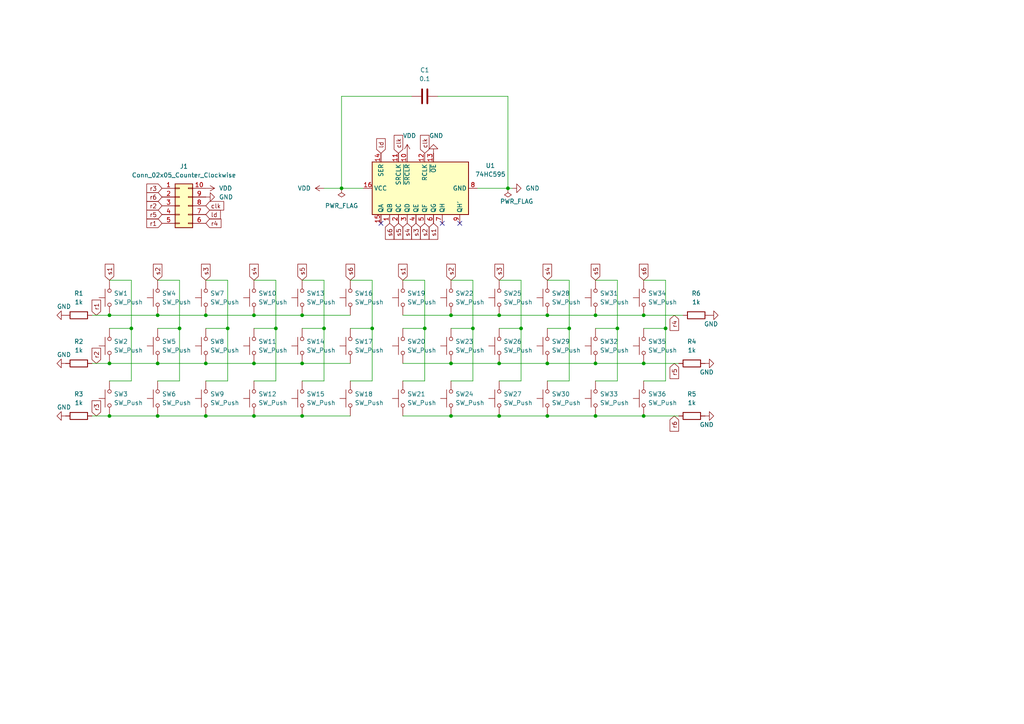
<source format=kicad_sch>
(kicad_sch (version 20211123) (generator eeschema)
  (paper "A4")
  (lib_symbols
    (symbol "74xx:74HC595"
      (property "Reference" "U" (at -7.62 13.97 0))
      (property "Value" "74HC595" (at -7.62 -16.51 0))
      (symbol "74HC595_1_0"
        (pin tri_state line (at 10.16 7.62 180) (length 2.54) (name "QB") (number "1"))
        (pin input line (at -10.16 2.54 0) (length 2.54) (name "~{SRCLR}") (number "10"))
        (pin input line (at -10.16 5.08 0) (length 2.54) (name "SRCLK") (number "11"))
        (pin input line (at -10.16 -2.54 0) (length 2.54) (name "RCLK") (number "12"))
        (pin input line (at -10.16 -5.08 0) (length 2.54) (name "~{OE}") (number "13"))
        (pin input line (at -10.16 10.16 0) (length 2.54) (name "SER") (number "14"))
        (pin tri_state line (at 10.16 10.16 180) (length 2.54) (name "QA") (number "15"))
        (pin power_in line (at 0 15.24 270) (length 2.54) (name "VCC") (number "16"))
        (pin tri_state line (at 10.16 5.08 180) (length 2.54) (name "QC") (number "2"))
        (pin tri_state line (at 10.16 2.54 180) (length 2.54) (name "QD") (number "3"))
        (pin tri_state line (at 10.16 0 180) (length 2.54) (name "QE") (number "4"))
        (pin tri_state line (at 10.16 -2.54 180) (length 2.54) (name "QF") (number "5"))
        (pin tri_state line (at 10.16 -5.08 180) (length 2.54) (name "QG") (number "6"))
        (pin tri_state line (at 10.16 -7.62 180) (length 2.54) (name "QH") (number "7"))
        (pin power_in line (at 0 -17.78 90) (length 2.54) (name "GND") (number "8"))
        (pin output line (at 10.16 -12.7 180) (length 2.54) (name "QH'") (number "9"))
      )
      (symbol "74HC595_1_1"
        (rectangle (start -7.62 12.7) (end 7.62 -15.24) (stroke (width 0.254)) (fill (type background)))
      )
    )
    (symbol "Connector_Generic:Conn_02x05_Counter_Clockwise" (pin_names (offset 1.016) hide)
      (property "Reference" "J" (at 1.27 7.62 0))
      (property "Value" "Conn_02x05_Counter_Clockwise" (at 1.27 -7.62 0))
      (symbol "Conn_02x05_Counter_Clockwise_1_1"
        (rectangle (start -1.27 -4.953) (end 0 -5.207) (stroke (width 0.1524)))
        (rectangle (start -1.27 -2.413) (end 0 -2.667) (stroke (width 0.1524)))
        (rectangle (start -1.27 0.127) (end 0 -0.127) (stroke (width 0.1524)))
        (rectangle (start -1.27 2.667) (end 0 2.413) (stroke (width 0.1524)))
        (rectangle (start -1.27 5.207) (end 0 4.953) (stroke (width 0.1524)))
        (rectangle (start -1.27 6.35) (end 3.81 -6.35) (stroke (width 0.254)) (fill (type background)))
        (rectangle (start 3.81 -4.953) (end 2.54 -5.207) (stroke (width 0.1524)))
        (rectangle (start 3.81 -2.413) (end 2.54 -2.667) (stroke (width 0.1524)))
        (rectangle (start 3.81 0.127) (end 2.54 -0.127) (stroke (width 0.1524)))
        (rectangle (start 3.81 2.667) (end 2.54 2.413) (stroke (width 0.1524)))
        (rectangle (start 3.81 5.207) (end 2.54 4.953) (stroke (width 0.1524)))
        (pin passive line (at -5.08 5.08 0) (length 3.81) (name "Pin_1") (number "1"))
        (pin passive line (at 7.62 5.08 180) (length 3.81) (name "Pin_10") (number "10"))
        (pin passive line (at -5.08 2.54 0) (length 3.81) (name "Pin_2") (number "2"))
        (pin passive line (at -5.08 0 0) (length 3.81) (name "Pin_3") (number "3"))
        (pin passive line (at -5.08 -2.54 0) (length 3.81) (name "Pin_4") (number "4"))
        (pin passive line (at -5.08 -5.08 0) (length 3.81) (name "Pin_5") (number "5"))
        (pin passive line (at 7.62 -5.08 180) (length 3.81) (name "Pin_6") (number "6"))
        (pin passive line (at 7.62 -2.54 180) (length 3.81) (name "Pin_7") (number "7"))
        (pin passive line (at 7.62 0 180) (length 3.81) (name "Pin_8") (number "8"))
        (pin passive line (at 7.62 2.54 180) (length 3.81) (name "Pin_9") (number "9"))
      )
    )
    (symbol "Device:C" (pin_numbers hide) (pin_names (offset 0.254))
      (property "Reference" "C" (at 0.635 2.54 0))
      (property "Value" "C" (at 0.635 -2.54 0))
      (symbol "C_0_1"
        (polyline (pts (xy -2.032 -0.762) (xy 2.032 -0.762)) (stroke (width 0.508)))
        (polyline (pts (xy -2.032 0.762) (xy 2.032 0.762)) (stroke (width 0.508)))
      )
      (symbol "C_1_1"
        (pin passive line (at 0 3.81 270) (length 2.794) (name "~") (number "1"))
        (pin passive line (at 0 -3.81 90) (length 2.794) (name "~") (number "2"))
      )
    )
    (symbol "Device:R" (pin_numbers hide) (pin_names (offset 0))
      (property "Reference" "R" (at 2.032 0 90))
      (property "Value" "R" (at 0 0 90))
      (symbol "R_0_1"
        (rectangle (start -1.016 -2.54) (end 1.016 2.54) (stroke (width 0.254)))
      )
      (symbol "R_1_1"
        (pin passive line (at 0 3.81 270) (length 1.27) (name "~") (number "1"))
        (pin passive line (at 0 -3.81 90) (length 1.27) (name "~") (number "2"))
      )
    )
    (symbol "Switch:SW_Push" (pin_numbers hide) (pin_names (offset 1.016) hide)
      (property "Reference" "SW" (at 1.27 2.54 0))
      (property "Value" "SW_Push" (at 0 -1.524 0))
      (symbol "SW_Push_0_1"
        (circle (center -2.032 0) (radius 0.508))
        (polyline (pts (xy 0 1.27) (xy 0 3.048)))
        (polyline (pts (xy 2.54 1.27) (xy -2.54 1.27)))
        (circle (center 2.032 0) (radius 0.508))
        (pin passive line (at -5.08 0 0) (length 2.54) (name "1") (number "1"))
        (pin passive line (at 5.08 0 180) (length 2.54) (name "2") (number "2"))
      )
    )
    (symbol "power:GND" (power) (pin_names (offset 0))
      (property "Value" "GND" (at 0 -3.81 0))
      (symbol "GND_0_1"
        (polyline (pts (xy 0 0) (xy 0 -1.27) (xy 1.27 -1.27) (xy 0 -2.54) (xy -1.27 -1.27) (xy 0 -1.27)))
      )
      (symbol "GND_1_1"
        (pin power_in line (at 0 0 270) (length 0) hide (name "GND") (number "1"))
      )
    )
    (symbol "power:PWR_FLAG" (power) (pin_numbers hide) (pin_names (offset 0) hide)
      (property "Value" "PWR_FLAG" (at 0 3.81 0))
      (symbol "PWR_FLAG_0_0"
        (pin power_out line (at 0 0 90) (length 0) (name "pwr") (number "1"))
      )
      (symbol "PWR_FLAG_0_1"
        (polyline (pts (xy 0 0) (xy 0 1.27) (xy -1.016 1.905) (xy 0 2.54) (xy 1.016 1.905) (xy 0 1.27)))
      )
    )
    (symbol "power:VDD" (power) (pin_names (offset 0))
      (property "Value" "VDD" (at 0 3.81 0))
      (symbol "VDD_0_1"
        (polyline (pts (xy -0.762 1.27) (xy 0 2.54)))
        (polyline (pts (xy 0 0) (xy 0 2.54)))
        (polyline (pts (xy 0 2.54) (xy 0.762 1.27)))
      )
      (symbol "VDD_1_1"
        (pin power_in line (at 0 0 90) (length 0) hide (name "VDD") (number "1"))
      )
    )
  )
  (junction (at 59.69 105.41))
  (junction (at 172.72 105.41))
  (junction (at 123.19 95.25))
  (junction (at 165.1 95.25))
  (junction (at 147.32 54.61))
  (junction (at 186.69 105.41))
  (junction (at 45.72 105.41))
  (junction (at 45.72 91.44))
  (junction (at 59.69 91.44))
  (junction (at 31.75 105.41))
  (junction (at 158.75 91.44))
  (junction (at 130.81 120.65))
  (junction (at 99.06 54.61))
  (junction (at 31.75 120.65))
  (junction (at 73.66 105.41))
  (junction (at 158.75 120.65))
  (junction (at 31.75 91.44))
  (junction (at 186.69 120.65))
  (junction (at 130.81 105.41))
  (junction (at 73.66 91.44))
  (junction (at 144.78 105.41))
  (junction (at 87.63 120.65))
  (junction (at 130.81 91.44))
  (junction (at 73.66 120.65))
  (junction (at 93.98 95.25))
  (junction (at 144.78 120.65))
  (junction (at 144.78 91.44))
  (junction (at 45.72 120.65))
  (junction (at 193.04 95.25))
  (junction (at 59.69 120.65))
  (junction (at 38.1 95.25))
  (junction (at 158.75 105.41))
  (junction (at 87.63 91.44))
  (junction (at 80.01 95.25))
  (junction (at 186.69 91.44))
  (junction (at 172.72 91.44))
  (junction (at 107.95 95.25))
  (junction (at 151.13 95.25))
  (junction (at 87.63 105.41))
  (junction (at 172.72 120.65))
  (junction (at 66.04 95.25))
  (junction (at 52.07 95.25))
  (junction (at 137.16 95.25))
  (junction (at 179.07 95.25))
  (no_connect (at 128.27 64.77))
  (no_connect (at 110.49 64.77))
  (no_connect (at 133.35 64.77))
  (wire (pts (xy 138.43 54.61) (xy 147.32 54.61)))
  (wire (pts (xy 45.72 105.41) (xy 59.69 105.41)))
  (wire (pts (xy 144.78 105.41) (xy 158.75 105.41)))
  (wire (pts (xy 80.01 81.28) (xy 80.01 95.25)))
  (wire (pts (xy 158.75 110.49) (xy 165.1 110.49)))
  (wire (pts (xy 107.95 81.28) (xy 107.95 95.25)))
  (wire (pts (xy 45.72 120.65) (xy 59.69 120.65)))
  (wire (pts (xy 73.66 120.65) (xy 87.63 120.65)))
  (wire (pts (xy 73.66 81.28) (xy 80.01 81.28)))
  (wire (pts (xy 116.84 105.41) (xy 130.81 105.41)))
  (wire (pts (xy 31.75 91.44) (xy 45.72 91.44)))
  (wire (pts (xy 45.72 91.44) (xy 59.69 91.44)))
  (wire (pts (xy 158.75 105.41) (xy 172.72 105.41)))
  (wire (pts (xy 144.78 91.44) (xy 158.75 91.44)))
  (wire (pts (xy 137.16 95.25) (xy 137.16 110.49)))
  (wire (pts (xy 31.75 81.28) (xy 38.1 81.28)))
  (wire (pts (xy 52.07 81.28) (xy 52.07 95.25)))
  (wire (pts (xy 116.84 81.28) (xy 123.19 81.28)))
  (wire (pts (xy 93.98 81.28) (xy 93.98 95.25)))
  (wire (pts (xy 123.19 81.28) (xy 123.19 95.25)))
  (wire (pts (xy 144.78 81.28) (xy 151.13 81.28)))
  (wire (pts (xy 87.63 95.25) (xy 93.98 95.25)))
  (wire (pts (xy 116.84 110.49) (xy 123.19 110.49)))
  (wire (pts (xy 38.1 95.25) (xy 38.1 110.49)))
  (wire (pts (xy 38.1 81.28) (xy 38.1 95.25)))
  (wire (pts (xy 172.72 95.25) (xy 179.07 95.25)))
  (wire (pts (xy 73.66 95.25) (xy 80.01 95.25)))
  (wire (pts (xy 179.07 95.25) (xy 179.07 110.49)))
  (wire (pts (xy 130.81 95.25) (xy 137.16 95.25)))
  (wire (pts (xy 158.75 95.25) (xy 165.1 95.25)))
  (wire (pts (xy 59.69 120.65) (xy 73.66 120.65)))
  (wire (pts (xy 165.1 95.25) (xy 165.1 110.49)))
  (wire (pts (xy 31.75 95.25) (xy 38.1 95.25)))
  (wire (pts (xy 130.81 110.49) (xy 137.16 110.49)))
  (wire (pts (xy 172.72 120.65) (xy 186.69 120.65)))
  (wire (pts (xy 158.75 120.65) (xy 172.72 120.65)))
  (wire (pts (xy 59.69 81.28) (xy 66.04 81.28)))
  (wire (pts (xy 87.63 105.41) (xy 101.6 105.41)))
  (wire (pts (xy 123.19 95.25) (xy 123.19 110.49)))
  (wire (pts (xy 144.78 95.25) (xy 151.13 95.25)))
  (wire (pts (xy 31.75 105.41) (xy 45.72 105.41)))
  (wire (pts (xy 45.72 95.25) (xy 52.07 95.25)))
  (wire (pts (xy 52.07 95.25) (xy 52.07 110.49)))
  (wire (pts (xy 151.13 81.28) (xy 151.13 95.25)))
  (wire (pts (xy 172.72 91.44) (xy 186.69 91.44)))
  (wire (pts (xy 172.72 81.28) (xy 179.07 81.28)))
  (wire (pts (xy 186.69 91.44) (xy 198.12 91.44)))
  (wire (pts (xy 31.75 120.65) (xy 45.72 120.65)))
  (wire (pts (xy 59.69 110.49) (xy 66.04 110.49)))
  (wire (pts (xy 99.06 54.61) (xy 105.41 54.61)))
  (wire (pts (xy 107.95 95.25) (xy 107.95 110.49)))
  (wire (pts (xy 99.06 27.94) (xy 99.06 54.61)))
  (wire (pts (xy 66.04 95.25) (xy 66.04 110.49)))
  (wire (pts (xy 172.72 110.49) (xy 179.07 110.49)))
  (wire (pts (xy 116.84 91.44) (xy 130.81 91.44)))
  (wire (pts (xy 26.67 105.41) (xy 31.75 105.41)))
  (wire (pts (xy 186.69 120.65) (xy 196.85 120.65)))
  (wire (pts (xy 144.78 120.65) (xy 158.75 120.65)))
  (wire (pts (xy 80.01 95.25) (xy 80.01 110.49)))
  (wire (pts (xy 130.81 120.65) (xy 144.78 120.65)))
  (wire (pts (xy 186.69 105.41) (xy 196.85 105.41)))
  (wire (pts (xy 193.04 95.25) (xy 193.04 110.49)))
  (wire (pts (xy 179.07 81.28) (xy 179.07 95.25)))
  (wire (pts (xy 144.78 110.49) (xy 151.13 110.49)))
  (wire (pts (xy 45.72 110.49) (xy 52.07 110.49)))
  (wire (pts (xy 151.13 95.25) (xy 151.13 110.49)))
  (wire (pts (xy 101.6 95.25) (xy 107.95 95.25)))
  (wire (pts (xy 73.66 105.41) (xy 87.63 105.41)))
  (wire (pts (xy 31.75 110.49) (xy 38.1 110.49)))
  (wire (pts (xy 186.69 95.25) (xy 193.04 95.25)))
  (wire (pts (xy 26.67 120.65) (xy 31.75 120.65)))
  (wire (pts (xy 45.72 81.28) (xy 52.07 81.28)))
  (wire (pts (xy 130.81 105.41) (xy 144.78 105.41)))
  (wire (pts (xy 101.6 81.28) (xy 107.95 81.28)))
  (wire (pts (xy 186.69 81.28) (xy 193.04 81.28)))
  (wire (pts (xy 87.63 91.44) (xy 101.6 91.44)))
  (wire (pts (xy 87.63 110.49) (xy 93.98 110.49)))
  (wire (pts (xy 127 27.94) (xy 147.32 27.94)))
  (wire (pts (xy 116.84 95.25) (xy 123.19 95.25)))
  (wire (pts (xy 101.6 110.49) (xy 107.95 110.49)))
  (wire (pts (xy 93.98 95.25) (xy 93.98 110.49)))
  (wire (pts (xy 147.32 54.61) (xy 148.59 54.61)))
  (wire (pts (xy 147.32 27.94) (xy 147.32 54.61)))
  (wire (pts (xy 116.84 120.65) (xy 130.81 120.65)))
  (wire (pts (xy 130.81 91.44) (xy 144.78 91.44)))
  (wire (pts (xy 158.75 91.44) (xy 172.72 91.44)))
  (wire (pts (xy 165.1 81.28) (xy 165.1 95.25)))
  (wire (pts (xy 137.16 81.28) (xy 137.16 95.25)))
  (wire (pts (xy 87.63 120.65) (xy 101.6 120.65)))
  (wire (pts (xy 73.66 110.49) (xy 80.01 110.49)))
  (wire (pts (xy 59.69 91.44) (xy 73.66 91.44)))
  (wire (pts (xy 130.81 81.28) (xy 137.16 81.28)))
  (wire (pts (xy 26.67 91.44) (xy 31.75 91.44)))
  (wire (pts (xy 93.98 54.61) (xy 99.06 54.61)))
  (wire (pts (xy 59.69 95.25) (xy 66.04 95.25)))
  (wire (pts (xy 87.63 81.28) (xy 93.98 81.28)))
  (wire (pts (xy 59.69 105.41) (xy 73.66 105.41)))
  (wire (pts (xy 172.72 105.41) (xy 186.69 105.41)))
  (wire (pts (xy 193.04 81.28) (xy 193.04 95.25)))
  (wire (pts (xy 73.66 91.44) (xy 87.63 91.44)))
  (wire (pts (xy 158.75 81.28) (xy 165.1 81.28)))
  (wire (pts (xy 119.38 27.94) (xy 99.06 27.94)))
  (wire (pts (xy 186.69 110.49) (xy 193.04 110.49)))
  (wire (pts (xy 66.04 81.28) (xy 66.04 95.25)))
  (global_label "s1" (shape input) (at 116.84 81.28 90) (property "Intersheet References" "${INTERSHEET_REFS}" (effects hide)))
  (global_label "s3" (shape input) (at 59.69 81.28 90) (property "Intersheet References" "${INTERSHEET_REFS}" (effects hide)))
  (global_label "clk" (shape input) (at 123.19 44.45 90) (property "Intersheet References" "${INTERSHEET_REFS}" (effects hide)))
  (global_label "r6" (shape input) (at 46.99 57.15 180) (property "Intersheet References" "${INTERSHEET_REFS}" (effects hide)))
  (global_label "s6" (shape input) (at 186.69 81.28 90) (property "Intersheet References" "${INTERSHEET_REFS}" (effects hide)))
  (global_label "ld" (shape input) (at 110.49 44.45 90) (property "Intersheet References" "${INTERSHEET_REFS}" (effects hide)))
  (global_label "r4" (shape input) (at 195.58 91.44 270) (property "Intersheet References" "${INTERSHEET_REFS}" (effects hide)))
  (global_label "s2" (shape input) (at 45.72 81.28 90) (property "Intersheet References" "${INTERSHEET_REFS}" (effects hide)))
  (global_label "s2" (shape input) (at 130.81 81.28 90) (property "Intersheet References" "${INTERSHEET_REFS}" (effects hide)))
  (global_label "r6" (shape input) (at 195.58 120.65 270) (property "Intersheet References" "${INTERSHEET_REFS}" (effects hide)))
  (global_label "ld" (shape input) (at 59.69 62.23 0) (property "Intersheet References" "${INTERSHEET_REFS}" (effects hide)))
  (global_label "s5" (shape input) (at 87.63 81.28 90) (property "Intersheet References" "${INTERSHEET_REFS}" (effects hide)))
  (global_label "r1" (shape input) (at 27.94 91.44 90) (property "Intersheet References" "${INTERSHEET_REFS}" (effects hide)))
  (global_label "s1" (shape input) (at 125.73 64.77 270) (property "Intersheet References" "${INTERSHEET_REFS}" (effects hide)))
  (global_label "s2" (shape input) (at 123.19 64.77 270) (property "Intersheet References" "${INTERSHEET_REFS}" (effects hide)))
  (global_label "s3" (shape input) (at 120.65 64.77 270) (property "Intersheet References" "${INTERSHEET_REFS}" (effects hide)))
  (global_label "s4" (shape input) (at 158.75 81.28 90) (property "Intersheet References" "${INTERSHEET_REFS}" (effects hide)))
  (global_label "s5" (shape input) (at 115.57 64.77 270) (property "Intersheet References" "${INTERSHEET_REFS}" (effects hide)))
  (global_label "s6" (shape input) (at 101.6 81.28 90) (property "Intersheet References" "${INTERSHEET_REFS}" (effects hide)))
  (global_label "s3" (shape input) (at 144.78 81.28 90) (property "Intersheet References" "${INTERSHEET_REFS}" (effects hide)))
  (global_label "clk" (shape input) (at 115.57 44.45 90) (property "Intersheet References" "${INTERSHEET_REFS}" (effects hide)))
  (global_label "s5" (shape input) (at 172.72 81.28 90) (property "Intersheet References" "${INTERSHEET_REFS}" (effects hide)))
  (global_label "s4" (shape input) (at 73.66 81.28 90) (property "Intersheet References" "${INTERSHEET_REFS}" (effects hide)))
  (global_label "r5" (shape input) (at 195.58 105.41 270) (property "Intersheet References" "${INTERSHEET_REFS}" (effects hide)))
  (global_label "r2" (shape input) (at 27.94 105.41 90) (property "Intersheet References" "${INTERSHEET_REFS}" (effects hide)))
  (global_label "r4" (shape input) (at 59.69 64.77 0) (property "Intersheet References" "${INTERSHEET_REFS}" (effects hide)))
  (global_label "r2" (shape input) (at 46.99 59.69 180) (property "Intersheet References" "${INTERSHEET_REFS}" (effects hide)))
  (global_label "r3" (shape input) (at 46.99 54.61 180) (property "Intersheet References" "${INTERSHEET_REFS}" (effects hide)))
  (global_label "s4" (shape input) (at 118.11 64.77 270) (property "Intersheet References" "${INTERSHEET_REFS}" (effects hide)))
  (global_label "r3" (shape input) (at 27.94 120.65 90) (property "Intersheet References" "${INTERSHEET_REFS}" (effects hide)))
  (global_label "r5" (shape input) (at 46.99 62.23 180) (property "Intersheet References" "${INTERSHEET_REFS}" (effects hide)))
  (global_label "s1" (shape input) (at 31.75 81.28 90) (property "Intersheet References" "${INTERSHEET_REFS}" (effects hide)))
  (global_label "clk" (shape input) (at 59.69 59.69 0) (property "Intersheet References" "${INTERSHEET_REFS}" (effects hide)))
  (global_label "r1" (shape input) (at 46.99 64.77 180) (property "Intersheet References" "${INTERSHEET_REFS}" (effects hide)))
  (global_label "s6" (shape input) (at 113.03 64.77 270) (property "Intersheet References" "${INTERSHEET_REFS}" (effects hide)))
  (symbol (lib_id "power:VDD") (at 59.69 54.61 270) (unit 1)
    (property "Reference" "#PWR01" (effects hide))
    (property "Value" "VDD" (at 63.5 54.6099 90) (effects (justify left)))
  )
  (symbol (lib_id "Switch:SW_Push") (at 130.81 115.57 90) (unit 1)
    (property "Reference" "SW24" (at 132.08 114.2999 90) (effects (justify right)))
    (property "Value" "SW_Push" (at 132.08 116.8399 90) (effects (justify right)))
    (property "Footprint" "Button_Switch_THT:SW_PUSH_6mm" (effects hide))
  )
  (symbol (lib_id "power:VDD") (at 118.11 44.45 0) (unit 1)
    (property "Reference" "#PWR08" (effects hide))
    (property "Value" "VDD" (at 116.84 39.37 0) (effects (justify left)))
  )
  (symbol (lib_id "Device:R") (at 22.86 120.65 90) (unit 1)
    (property "Reference" "R3" (at 22.86 114.3 90))
    (property "Value" "1k" (at 22.86 116.84 90))
    (property "Footprint" "Resistor_THT:R_Axial_DIN0207_L6.3mm_D2.5mm_P2.54mm_Vertical" (effects hide))
  )
  (symbol (lib_id "Switch:SW_Push") (at 31.75 86.36 90) (unit 1)
    (property "Reference" "SW1" (at 33.02 85.0899 90) (effects (justify right)))
    (property "Value" "SW_Push" (at 33.02 87.6299 90) (effects (justify right)))
    (property "Footprint" "Button_Switch_THT:SW_PUSH_6mm" (effects hide))
  )
  (symbol (lib_id "Switch:SW_Push") (at 101.6 115.57 90) (unit 1)
    (property "Reference" "SW18" (at 102.87 114.2999 90) (effects (justify right)))
    (property "Value" "SW_Push" (at 102.87 116.8399 90) (effects (justify right)))
    (property "Footprint" "Button_Switch_THT:SW_PUSH_6mm" (effects hide))
  )
  (symbol (lib_id "Switch:SW_Push") (at 116.84 86.36 90) (unit 1)
    (property "Reference" "SW19" (at 118.11 85.0899 90) (effects (justify right)))
    (property "Value" "SW_Push" (at 118.11 87.6299 90) (effects (justify right)))
    (property "Footprint" "Button_Switch_THT:SW_PUSH_6mm" (effects hide))
  )
  (symbol (lib_id "power:GND") (at 204.47 105.41 90) (unit 1)
    (property "Reference" "#PWR010" (effects hide))
    (property "Value" "GND" (at 207.01 107.95 90) (effects (justify left)))
  )
  (symbol (lib_id "Switch:SW_Push") (at 144.78 115.57 90) (unit 1)
    (property "Reference" "SW27" (at 146.05 114.2999 90) (effects (justify right)))
    (property "Value" "SW_Push" (at 146.05 116.8399 90) (effects (justify right)))
    (property "Footprint" "Button_Switch_THT:SW_PUSH_6mm" (effects hide))
  )
  (symbol (lib_id "Device:R") (at 200.66 105.41 90) (unit 1)
    (property "Reference" "R4" (at 200.66 99.06 90))
    (property "Value" "1k" (at 200.66 101.6 90))
    (property "Footprint" "Resistor_THT:R_Axial_DIN0207_L6.3mm_D2.5mm_P2.54mm_Vertical" (effects hide))
  )
  (symbol (lib_id "Switch:SW_Push") (at 158.75 100.33 90) (unit 1)
    (property "Reference" "SW29" (at 160.02 99.0599 90) (effects (justify right)))
    (property "Value" "SW_Push" (at 160.02 101.5999 90) (effects (justify right)))
    (property "Footprint" "Button_Switch_THT:SW_PUSH_6mm" (effects hide))
  )
  (symbol (lib_id "Switch:SW_Push") (at 116.84 115.57 90) (unit 1)
    (property "Reference" "SW21" (at 118.11 114.2999 90) (effects (justify right)))
    (property "Value" "SW_Push" (at 118.11 116.8399 90) (effects (justify right)))
    (property "Footprint" "Button_Switch_THT:SW_PUSH_6mm" (effects hide))
  )
  (symbol (lib_id "power:GND") (at 125.73 44.45 180) (unit 1)
    (property "Reference" "#PWR09" (effects hide))
    (property "Value" "GND" (at 124.46 39.37 0) (effects (justify right)))
  )
  (symbol (lib_id "Switch:SW_Push") (at 172.72 86.36 90) (unit 1)
    (property "Reference" "SW31" (at 173.99 85.0899 90) (effects (justify right)))
    (property "Value" "SW_Push" (at 173.99 87.6299 90) (effects (justify right)))
    (property "Footprint" "Button_Switch_THT:SW_PUSH_6mm" (effects hide))
  )
  (symbol (lib_id "Switch:SW_Push") (at 31.75 115.57 90) (unit 1)
    (property "Reference" "SW3" (at 33.02 114.2999 90) (effects (justify right)))
    (property "Value" "SW_Push" (at 33.02 116.8399 90) (effects (justify right)))
    (property "Footprint" "Button_Switch_THT:SW_PUSH_6mm" (effects hide))
  )
  (symbol (lib_id "Device:C") (at 123.19 27.94 90) (unit 1)
    (property "Reference" "C1" (at 123.19 20.32 90))
    (property "Value" "0.1" (at 123.19 22.86 90))
    (property "Footprint" "Capacitor_THT:CP_Radial_D5.0mm_P2.50mm" (effects hide))
  )
  (symbol (lib_id "power:GND") (at 59.69 57.15 90) (unit 1)
    (property "Reference" "#PWR02" (effects hide))
    (property "Value" "GND" (at 63.5 57.1499 90) (effects (justify right)))
  )
  (symbol (lib_id "Switch:SW_Push") (at 45.72 86.36 90) (unit 1)
    (property "Reference" "SW4" (at 46.99 85.0899 90) (effects (justify right)))
    (property "Value" "SW_Push" (at 46.99 87.6299 90) (effects (justify right)))
    (property "Footprint" "Button_Switch_THT:SW_PUSH_6mm" (effects hide))
  )
  (symbol (lib_id "Switch:SW_Push") (at 116.84 100.33 90) (unit 1)
    (property "Reference" "SW20" (at 118.11 99.0599 90) (effects (justify right)))
    (property "Value" "SW_Push" (at 118.11 101.5999 90) (effects (justify right)))
    (property "Footprint" "Button_Switch_THT:SW_PUSH_6mm" (effects hide))
  )
  (symbol (lib_id "Switch:SW_Push") (at 144.78 100.33 90) (unit 1)
    (property "Reference" "SW26" (at 146.05 99.0599 90) (effects (justify right)))
    (property "Value" "SW_Push" (at 146.05 101.5999 90) (effects (justify right)))
    (property "Footprint" "Button_Switch_THT:SW_PUSH_6mm" (effects hide))
  )
  (symbol (lib_id "Switch:SW_Push") (at 73.66 115.57 90) (unit 1)
    (property "Reference" "SW12" (at 74.93 114.2999 90) (effects (justify right)))
    (property "Value" "SW_Push" (at 74.93 116.8399 90) (effects (justify right)))
    (property "Footprint" "Button_Switch_THT:SW_PUSH_6mm" (effects hide))
  )
  (symbol (lib_id "Switch:SW_Push") (at 144.78 86.36 90) (unit 1)
    (property "Reference" "SW25" (at 146.05 85.0899 90) (effects (justify right)))
    (property "Value" "SW_Push" (at 146.05 87.6299 90) (effects (justify right)))
    (property "Footprint" "Button_Switch_THT:SW_PUSH_6mm" (effects hide))
  )
  (symbol (lib_id "power:PWR_FLAG") (at 99.06 54.61 180) (unit 1)
    (property "Reference" "#FLG0101" (effects hide))
    (property "Value" "PWR_FLAG" (at 99.06 59.69 0))
  )
  (symbol (lib_id "Switch:SW_Push") (at 130.81 100.33 90) (unit 1)
    (property "Reference" "SW23" (at 132.08 99.0599 90) (effects (justify right)))
    (property "Value" "SW_Push" (at 132.08 101.5999 90) (effects (justify right)))
    (property "Footprint" "Button_Switch_THT:SW_PUSH_6mm" (effects hide))
  )
  (symbol (lib_id "Device:R") (at 201.93 91.44 90) (unit 1)
    (property "Reference" "R6" (at 201.93 85.09 90))
    (property "Value" "1k" (at 201.93 87.63 90))
    (property "Footprint" "Resistor_THT:R_Axial_DIN0207_L6.3mm_D2.5mm_P2.54mm_Vertical" (effects hide))
  )
  (symbol (lib_id "Switch:SW_Push") (at 186.69 115.57 90) (unit 1)
    (property "Reference" "SW36" (at 187.96 114.2999 90) (effects (justify right)))
    (property "Value" "SW_Push" (at 187.96 116.8399 90) (effects (justify right)))
    (property "Footprint" "Button_Switch_THT:SW_PUSH_6mm" (effects hide))
  )
  (symbol (lib_id "Device:R") (at 22.86 91.44 90) (unit 1)
    (property "Reference" "R1" (at 22.86 85.09 90))
    (property "Value" "1k" (at 22.86 87.63 90))
    (property "Footprint" "Resistor_THT:R_Axial_DIN0207_L6.3mm_D2.5mm_P2.54mm_Vertical" (effects hide))
  )
  (symbol (lib_id "Switch:SW_Push") (at 186.69 100.33 90) (unit 1)
    (property "Reference" "SW35" (at 187.96 99.0599 90) (effects (justify right)))
    (property "Value" "SW_Push" (at 187.96 101.5999 90) (effects (justify right)))
    (property "Footprint" "Button_Switch_THT:SW_PUSH_6mm" (effects hide))
  )
  (symbol (lib_id "Switch:SW_Push") (at 130.81 86.36 90) (unit 1)
    (property "Reference" "SW22" (at 132.08 85.0899 90) (effects (justify right)))
    (property "Value" "SW_Push" (at 132.08 87.6299 90) (effects (justify right)))
    (property "Footprint" "Button_Switch_THT:SW_PUSH_6mm" (effects hide))
  )
  (symbol (lib_id "Switch:SW_Push") (at 172.72 115.57 90) (unit 1)
    (property "Reference" "SW33" (at 173.99 114.2999 90) (effects (justify right)))
    (property "Value" "SW_Push" (at 173.99 116.8399 90) (effects (justify right)))
    (property "Footprint" "Button_Switch_THT:SW_PUSH_6mm" (effects hide))
  )
  (symbol (lib_id "Switch:SW_Push") (at 101.6 86.36 90) (unit 1)
    (property "Reference" "SW16" (at 102.87 85.0899 90) (effects (justify right)))
    (property "Value" "SW_Push" (at 102.87 87.6299 90) (effects (justify right)))
    (property "Footprint" "Button_Switch_THT:SW_PUSH_6mm" (effects hide))
  )
  (symbol (lib_id "Switch:SW_Push") (at 158.75 115.57 90) (unit 1)
    (property "Reference" "SW30" (at 160.02 114.2999 90) (effects (justify right)))
    (property "Value" "SW_Push" (at 160.02 116.8399 90) (effects (justify right)))
    (property "Footprint" "Button_Switch_THT:SW_PUSH_6mm" (effects hide))
  )
  (symbol (lib_id "power:GND") (at 205.74 91.44 90) (unit 1)
    (property "Reference" "#PWR012" (effects hide))
    (property "Value" "GND" (at 208.28 93.98 90) (effects (justify left)))
  )
  (symbol (lib_id "Switch:SW_Push") (at 87.63 100.33 90) (unit 1)
    (property "Reference" "SW14" (at 88.9 99.0599 90) (effects (justify right)))
    (property "Value" "SW_Push" (at 88.9 101.5999 90) (effects (justify right)))
    (property "Footprint" "Button_Switch_THT:SW_PUSH_6mm" (effects hide))
  )
  (symbol (lib_id "Switch:SW_Push") (at 31.75 100.33 90) (unit 1)
    (property "Reference" "SW2" (at 33.02 99.0599 90) (effects (justify right)))
    (property "Value" "SW_Push" (at 33.02 101.5999 90) (effects (justify right)))
    (property "Footprint" "Button_Switch_THT:SW_PUSH_6mm" (effects hide))
  )
  (symbol (lib_id "Device:R") (at 22.86 105.41 90) (unit 1)
    (property "Reference" "R2" (at 22.86 99.06 90))
    (property "Value" "1k" (at 22.86 101.6 90))
    (property "Footprint" "Resistor_THT:R_Axial_DIN0207_L6.3mm_D2.5mm_P2.54mm_Vertical" (effects hide))
  )
  (symbol (lib_id "power:PWR_FLAG") (at 147.32 54.61 180) (unit 1)
    (property "Reference" "#FLG0102" (effects hide))
    (property "Value" "PWR_FLAG" (at 149.86 58.42 0))
  )
  (symbol (lib_id "power:VDD") (at 93.98 54.61 90) (unit 1)
    (property "Reference" "#PWR0102" (effects hide))
    (property "Value" "VDD" (at 90.17 54.6099 90) (effects (justify left)))
  )
  (symbol (lib_id "Switch:SW_Push") (at 45.72 100.33 90) (unit 1)
    (property "Reference" "SW5" (at 46.99 99.0599 90) (effects (justify right)))
    (property "Value" "SW_Push" (at 46.99 101.5999 90) (effects (justify right)))
    (property "Footprint" "Button_Switch_THT:SW_PUSH_6mm" (effects hide))
  )
  (symbol (lib_id "power:GND") (at 19.05 105.41 270) (unit 1)
    (property "Reference" "#PWR04" (effects hide))
    (property "Value" "GND" (at 16.51 102.87 90) (effects (justify left)))
  )
  (symbol (lib_id "power:GND") (at 148.59 54.61 90) (unit 1)
    (property "Reference" "#PWR06" (effects hide))
    (property "Value" "GND" (at 152.4 54.6099 90) (effects (justify right)))
  )
  (symbol (lib_id "Switch:SW_Push") (at 45.72 115.57 90) (unit 1)
    (property "Reference" "SW6" (at 46.99 114.2999 90) (effects (justify right)))
    (property "Value" "SW_Push" (at 46.99 116.8399 90) (effects (justify right)))
    (property "Footprint" "Button_Switch_THT:SW_PUSH_6mm" (effects hide))
  )
  (symbol (lib_id "Switch:SW_Push") (at 59.69 100.33 90) (unit 1)
    (property "Reference" "SW8" (at 60.96 99.0599 90) (effects (justify right)))
    (property "Value" "SW_Push" (at 60.96 101.5999 90) (effects (justify right)))
    (property "Footprint" "Button_Switch_THT:SW_PUSH_6mm" (effects hide))
  )
  (symbol (lib_id "power:GND") (at 204.47 120.65 90) (unit 1)
    (property "Reference" "#PWR011" (effects hide))
    (property "Value" "GND" (at 207.01 123.19 90) (effects (justify left)))
  )
  (symbol (lib_id "power:GND") (at 19.05 91.44 270) (unit 1)
    (property "Reference" "#PWR03" (effects hide))
    (property "Value" "GND" (at 16.51 88.9 90) (effects (justify left)))
  )
  (symbol (lib_id "Switch:SW_Push") (at 172.72 100.33 90) (unit 1)
    (property "Reference" "SW32" (at 173.99 99.0599 90) (effects (justify right)))
    (property "Value" "SW_Push" (at 173.99 101.5999 90) (effects (justify right)))
    (property "Footprint" "Button_Switch_THT:SW_PUSH_6mm" (effects hide))
  )
  (symbol (lib_id "Switch:SW_Push") (at 59.69 86.36 90) (unit 1)
    (property "Reference" "SW7" (at 60.96 85.0899 90) (effects (justify right)))
    (property "Value" "SW_Push" (at 60.96 87.6299 90) (effects (justify right)))
    (property "Footprint" "Button_Switch_THT:SW_PUSH_6mm" (effects hide))
  )
  (symbol (lib_id "power:GND") (at 19.05 120.65 270) (unit 1)
    (property "Reference" "#PWR05" (effects hide))
    (property "Value" "GND" (at 16.51 118.11 90) (effects (justify left)))
  )
  (symbol (lib_id "Switch:SW_Push") (at 73.66 100.33 90) (unit 1)
    (property "Reference" "SW11" (at 74.93 99.0599 90) (effects (justify right)))
    (property "Value" "SW_Push" (at 74.93 101.5999 90) (effects (justify right)))
    (property "Footprint" "Button_Switch_THT:SW_PUSH_6mm" (effects hide))
  )
  (symbol (lib_id "Switch:SW_Push") (at 59.69 115.57 90) (unit 1)
    (property "Reference" "SW9" (at 60.96 114.2999 90) (effects (justify right)))
    (property "Value" "SW_Push" (at 60.96 116.8399 90) (effects (justify right)))
    (property "Footprint" "Button_Switch_THT:SW_PUSH_6mm" (effects hide))
  )
  (symbol (lib_id "Switch:SW_Push") (at 158.75 86.36 90) (unit 1)
    (property "Reference" "SW28" (at 160.02 85.0899 90) (effects (justify right)))
    (property "Value" "SW_Push" (at 160.02 87.6299 90) (effects (justify right)))
    (property "Footprint" "Button_Switch_THT:SW_PUSH_6mm" (effects hide))
  )
  (symbol (lib_id "Switch:SW_Push") (at 186.69 86.36 90) (unit 1)
    (property "Reference" "SW34" (at 187.96 85.0899 90) (effects (justify right)))
    (property "Value" "SW_Push" (at 187.96 87.6299 90) (effects (justify right)))
    (property "Footprint" "Button_Switch_THT:SW_PUSH_6mm" (effects hide))
  )
  (symbol (lib_id "Switch:SW_Push") (at 101.6 100.33 90) (unit 1)
    (property "Reference" "SW17" (at 102.87 99.0599 90) (effects (justify right)))
    (property "Value" "SW_Push" (at 102.87 101.5999 90) (effects (justify right)))
    (property "Footprint" "Button_Switch_THT:SW_PUSH_6mm" (effects hide))
  )
  (symbol (lib_id "Connector_Generic:Conn_02x05_Counter_Clockwise") (at 52.07 59.69 0) (unit 1)
    (property "Reference" "J1" (at 53.34 48.26 0))
    (property "Value" "Conn_02x05_Counter_Clockwise" (at 53.34 50.8 0))
    (property "Footprint" "Connector_PinSocket_2.54mm:PinSocket_2x05_P2.54mm_Vertical" (effects hide))
  )
  (symbol (lib_id "Device:R") (at 200.66 120.65 90) (unit 1)
    (property "Reference" "R5" (at 200.66 114.3 90))
    (property "Value" "1k" (at 200.66 116.84 90))
    (property "Footprint" "Resistor_THT:R_Axial_DIN0207_L6.3mm_D2.5mm_P2.54mm_Vertical" (effects hide))
  )
  (symbol (lib_id "Switch:SW_Push") (at 87.63 86.36 90) (unit 1)
    (property "Reference" "SW13" (at 88.9 85.0899 90) (effects (justify right)))
    (property "Value" "SW_Push" (at 88.9 87.6299 90) (effects (justify right)))
    (property "Footprint" "Button_Switch_THT:SW_PUSH_6mm" (effects hide))
  )
  (symbol (lib_id "Switch:SW_Push") (at 73.66 86.36 90) (unit 1)
    (property "Reference" "SW10" (at 74.93 85.0899 90) (effects (justify right)))
    (property "Value" "SW_Push" (at 74.93 87.6299 90) (effects (justify right)))
    (property "Footprint" "Button_Switch_THT:SW_PUSH_6mm" (effects hide))
  )
  (symbol (lib_id "Switch:SW_Push") (at 87.63 115.57 90) (unit 1)
    (property "Reference" "SW15" (at 88.9 114.2999 90) (effects (justify right)))
    (property "Value" "SW_Push" (at 88.9 116.8399 90) (effects (justify right)))
    (property "Footprint" "Button_Switch_THT:SW_PUSH_6mm" (effects hide))
  )
  (symbol (lib_id "74xx:74HC595") (at 120.65 54.61 90) (mirror x) (unit 1)
    (property "Reference" "U1" (at 142.24 48.0312 90))
    (property "Value" "74HC595" (at 142.24 50.5712 90))
    (property "Footprint" "Package_DIP:DIP-16_W7.62mm_Socket" (effects hide))
    (property "Datasheet" "http://www.ti.com/lit/ds/symlink/sn74hc595.pdf" (effects hide))
  )
)
</source>
